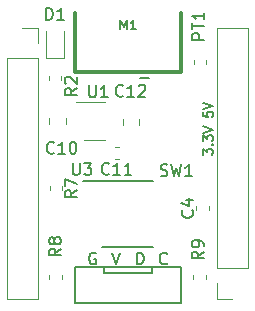
<source format=gto>
G04 #@! TF.GenerationSoftware,KiCad,Pcbnew,(5.1.2)-1*
G04 #@! TF.CreationDate,2022-09-21T22:05:37+09:00*
G04 #@! TF.ProjectId,converter,636f6e76-6572-4746-9572-2e6b69636164,v2.0*
G04 #@! TF.SameCoordinates,Original*
G04 #@! TF.FileFunction,Legend,Top*
G04 #@! TF.FilePolarity,Positive*
%FSLAX46Y46*%
G04 Gerber Fmt 4.6, Leading zero omitted, Abs format (unit mm)*
G04 Created by KiCad (PCBNEW (5.1.2)-1) date 2022-09-21 22:05:37*
%MOMM*%
%LPD*%
G04 APERTURE LIST*
%ADD10C,0.150000*%
%ADD11C,0.120000*%
%ADD12C,0.300000*%
G04 APERTURE END LIST*
D10*
X114361904Y-138980952D02*
X114361904Y-138485714D01*
X114666666Y-138752380D01*
X114666666Y-138638095D01*
X114704761Y-138561904D01*
X114742857Y-138523809D01*
X114819047Y-138485714D01*
X115009523Y-138485714D01*
X115085714Y-138523809D01*
X115123809Y-138561904D01*
X115161904Y-138638095D01*
X115161904Y-138866666D01*
X115123809Y-138942857D01*
X115085714Y-138980952D01*
X115085714Y-138142857D02*
X115123809Y-138104761D01*
X115161904Y-138142857D01*
X115123809Y-138180952D01*
X115085714Y-138142857D01*
X115161904Y-138142857D01*
X114361904Y-137838095D02*
X114361904Y-137342857D01*
X114666666Y-137609523D01*
X114666666Y-137495238D01*
X114704761Y-137419047D01*
X114742857Y-137380952D01*
X114819047Y-137342857D01*
X115009523Y-137342857D01*
X115085714Y-137380952D01*
X115123809Y-137419047D01*
X115161904Y-137495238D01*
X115161904Y-137723809D01*
X115123809Y-137800000D01*
X115085714Y-137838095D01*
X114361904Y-137114285D02*
X115161904Y-136847619D01*
X114361904Y-136580952D01*
X114361904Y-135352380D02*
X114361904Y-135733333D01*
X114742857Y-135771428D01*
X114704761Y-135733333D01*
X114666666Y-135657142D01*
X114666666Y-135466666D01*
X114704761Y-135390476D01*
X114742857Y-135352380D01*
X114819047Y-135314285D01*
X115009523Y-135314285D01*
X115085714Y-135352380D01*
X115123809Y-135390476D01*
X115161904Y-135466666D01*
X115161904Y-135657142D01*
X115123809Y-135733333D01*
X115085714Y-135771428D01*
X114361904Y-135085714D02*
X115161904Y-134819047D01*
X114361904Y-134552380D01*
X104175000Y-141218000D02*
X110150000Y-141218000D01*
X105750000Y-146743000D02*
X110150000Y-146743000D01*
D11*
X101344000Y-135849422D02*
X101344000Y-136366578D01*
X102764000Y-135849422D02*
X102764000Y-136366578D01*
X106879221Y-138336000D02*
X107204779Y-138336000D01*
X106879221Y-139356000D02*
X107204779Y-139356000D01*
X107544000Y-135949422D02*
X107544000Y-136466578D01*
X108964000Y-135949422D02*
X108964000Y-136466578D01*
X101065000Y-128488000D02*
X101065000Y-130773000D01*
X101065000Y-130773000D02*
X102535000Y-130773000D01*
X102535000Y-130773000D02*
X102535000Y-128488000D01*
D12*
X103500000Y-132000000D02*
X103500000Y-127000000D01*
X112500000Y-132000000D02*
X103500000Y-132000000D01*
X112500000Y-131500000D02*
X112500000Y-132000000D01*
X112500000Y-127000000D02*
X112500000Y-131500000D01*
D10*
X109750000Y-132500000D02*
X109000000Y-132500000D01*
D11*
X114610000Y-131250779D02*
X114610000Y-130925221D01*
X113590000Y-131250779D02*
X113590000Y-130925221D01*
X102310000Y-132325221D02*
X102310000Y-132650779D01*
X101290000Y-132325221D02*
X101290000Y-132650779D01*
X104254000Y-137756000D02*
X106054000Y-137756000D01*
X106054000Y-134536000D02*
X103604000Y-134536000D01*
D10*
X106000000Y-148500000D02*
X106000000Y-149000000D01*
X106000000Y-149000000D02*
X110000000Y-149000000D01*
X110000000Y-149000000D02*
X110000000Y-148500000D01*
X108000000Y-148500000D02*
X112500000Y-148500000D01*
X112500000Y-148500000D02*
X112500000Y-151500000D01*
X112500000Y-151500000D02*
X103500000Y-151500000D01*
X103500000Y-151500000D02*
X103500000Y-148500000D01*
X103500000Y-148500000D02*
X108000000Y-148500000D01*
D11*
X99060000Y-128210000D02*
X100390000Y-128210000D01*
X100390000Y-128210000D02*
X100390000Y-129540000D01*
X100390000Y-130810000D02*
X100390000Y-151190000D01*
X97730000Y-151190000D02*
X100390000Y-151190000D01*
X97730000Y-130810000D02*
X97730000Y-151190000D01*
X97730000Y-130810000D02*
X100390000Y-130810000D01*
X118170000Y-148590000D02*
X115510000Y-148590000D01*
X118170000Y-148590000D02*
X118170000Y-128210000D01*
X118170000Y-128210000D02*
X115510000Y-128210000D01*
X115510000Y-148590000D02*
X115510000Y-128210000D01*
X115510000Y-151190000D02*
X115510000Y-149860000D01*
X116840000Y-151190000D02*
X115510000Y-151190000D01*
X101414000Y-141659221D02*
X101414000Y-141984779D01*
X102434000Y-141659221D02*
X102434000Y-141984779D01*
X101344000Y-149514779D02*
X101344000Y-149189221D01*
X102364000Y-149514779D02*
X102364000Y-149189221D01*
X113536000Y-149488779D02*
X113536000Y-149163221D01*
X114556000Y-149488779D02*
X114556000Y-149163221D01*
X113790000Y-143650779D02*
X113790000Y-143325221D01*
X114810000Y-143650779D02*
X114810000Y-143325221D01*
D10*
X103328095Y-139692380D02*
X103328095Y-140501904D01*
X103375714Y-140597142D01*
X103423333Y-140644761D01*
X103518571Y-140692380D01*
X103709047Y-140692380D01*
X103804285Y-140644761D01*
X103851904Y-140597142D01*
X103899523Y-140501904D01*
X103899523Y-139692380D01*
X104280476Y-139692380D02*
X104899523Y-139692380D01*
X104566190Y-140073333D01*
X104709047Y-140073333D01*
X104804285Y-140120952D01*
X104851904Y-140168571D01*
X104899523Y-140263809D01*
X104899523Y-140501904D01*
X104851904Y-140597142D01*
X104804285Y-140644761D01*
X104709047Y-140692380D01*
X104423333Y-140692380D01*
X104328095Y-140644761D01*
X104280476Y-140597142D01*
X101719142Y-138787142D02*
X101671523Y-138834761D01*
X101528666Y-138882380D01*
X101433428Y-138882380D01*
X101290571Y-138834761D01*
X101195333Y-138739523D01*
X101147714Y-138644285D01*
X101100095Y-138453809D01*
X101100095Y-138310952D01*
X101147714Y-138120476D01*
X101195333Y-138025238D01*
X101290571Y-137930000D01*
X101433428Y-137882380D01*
X101528666Y-137882380D01*
X101671523Y-137930000D01*
X101719142Y-137977619D01*
X102671523Y-138882380D02*
X102100095Y-138882380D01*
X102385809Y-138882380D02*
X102385809Y-137882380D01*
X102290571Y-138025238D01*
X102195333Y-138120476D01*
X102100095Y-138168095D01*
X103290571Y-137882380D02*
X103385809Y-137882380D01*
X103481047Y-137930000D01*
X103528666Y-137977619D01*
X103576285Y-138072857D01*
X103623904Y-138263333D01*
X103623904Y-138501428D01*
X103576285Y-138691904D01*
X103528666Y-138787142D01*
X103481047Y-138834761D01*
X103385809Y-138882380D01*
X103290571Y-138882380D01*
X103195333Y-138834761D01*
X103147714Y-138787142D01*
X103100095Y-138691904D01*
X103052476Y-138501428D01*
X103052476Y-138263333D01*
X103100095Y-138072857D01*
X103147714Y-137977619D01*
X103195333Y-137930000D01*
X103290571Y-137882380D01*
X106381142Y-140565142D02*
X106333523Y-140612761D01*
X106190666Y-140660380D01*
X106095428Y-140660380D01*
X105952571Y-140612761D01*
X105857333Y-140517523D01*
X105809714Y-140422285D01*
X105762095Y-140231809D01*
X105762095Y-140088952D01*
X105809714Y-139898476D01*
X105857333Y-139803238D01*
X105952571Y-139708000D01*
X106095428Y-139660380D01*
X106190666Y-139660380D01*
X106333523Y-139708000D01*
X106381142Y-139755619D01*
X107333523Y-140660380D02*
X106762095Y-140660380D01*
X107047809Y-140660380D02*
X107047809Y-139660380D01*
X106952571Y-139803238D01*
X106857333Y-139898476D01*
X106762095Y-139946095D01*
X108285904Y-140660380D02*
X107714476Y-140660380D01*
X108000190Y-140660380D02*
X108000190Y-139660380D01*
X107904952Y-139803238D01*
X107809714Y-139898476D01*
X107714476Y-139946095D01*
X107561142Y-133961142D02*
X107513523Y-134008761D01*
X107370666Y-134056380D01*
X107275428Y-134056380D01*
X107132571Y-134008761D01*
X107037333Y-133913523D01*
X106989714Y-133818285D01*
X106942095Y-133627809D01*
X106942095Y-133484952D01*
X106989714Y-133294476D01*
X107037333Y-133199238D01*
X107132571Y-133104000D01*
X107275428Y-133056380D01*
X107370666Y-133056380D01*
X107513523Y-133104000D01*
X107561142Y-133151619D01*
X108513523Y-134056380D02*
X107942095Y-134056380D01*
X108227809Y-134056380D02*
X108227809Y-133056380D01*
X108132571Y-133199238D01*
X108037333Y-133294476D01*
X107942095Y-133342095D01*
X108894476Y-133151619D02*
X108942095Y-133104000D01*
X109037333Y-133056380D01*
X109275428Y-133056380D01*
X109370666Y-133104000D01*
X109418285Y-133151619D01*
X109465904Y-133246857D01*
X109465904Y-133342095D01*
X109418285Y-133484952D01*
X108846857Y-134056380D01*
X109465904Y-134056380D01*
X101061904Y-127552880D02*
X101061904Y-126552880D01*
X101300000Y-126552880D01*
X101442857Y-126600500D01*
X101538095Y-126695738D01*
X101585714Y-126790976D01*
X101633333Y-126981452D01*
X101633333Y-127124309D01*
X101585714Y-127314785D01*
X101538095Y-127410023D01*
X101442857Y-127505261D01*
X101300000Y-127552880D01*
X101061904Y-127552880D01*
X102585714Y-127552880D02*
X102014285Y-127552880D01*
X102300000Y-127552880D02*
X102300000Y-126552880D01*
X102204761Y-126695738D01*
X102109523Y-126790976D01*
X102014285Y-126838595D01*
X107352380Y-128361904D02*
X107352380Y-127561904D01*
X107619047Y-128133333D01*
X107885714Y-127561904D01*
X107885714Y-128361904D01*
X108685714Y-128361904D02*
X108228571Y-128361904D01*
X108457142Y-128361904D02*
X108457142Y-127561904D01*
X108380952Y-127676190D01*
X108304761Y-127752380D01*
X108228571Y-127790476D01*
X114452380Y-129219547D02*
X113452380Y-129219547D01*
X113452380Y-128838595D01*
X113500000Y-128743357D01*
X113547619Y-128695738D01*
X113642857Y-128648119D01*
X113785714Y-128648119D01*
X113880952Y-128695738D01*
X113928571Y-128743357D01*
X113976190Y-128838595D01*
X113976190Y-129219547D01*
X113452380Y-128362404D02*
X113452380Y-127790976D01*
X114452380Y-128076690D02*
X113452380Y-128076690D01*
X114452380Y-126933833D02*
X114452380Y-127505261D01*
X114452380Y-127219547D02*
X113452380Y-127219547D01*
X113595238Y-127314785D01*
X113690476Y-127410023D01*
X113738095Y-127505261D01*
X103652380Y-133336666D02*
X103176190Y-133670000D01*
X103652380Y-133908095D02*
X102652380Y-133908095D01*
X102652380Y-133527142D01*
X102700000Y-133431904D01*
X102747619Y-133384285D01*
X102842857Y-133336666D01*
X102985714Y-133336666D01*
X103080952Y-133384285D01*
X103128571Y-133431904D01*
X103176190Y-133527142D01*
X103176190Y-133908095D01*
X102747619Y-132955714D02*
X102700000Y-132908095D01*
X102652380Y-132812857D01*
X102652380Y-132574761D01*
X102700000Y-132479523D01*
X102747619Y-132431904D01*
X102842857Y-132384285D01*
X102938095Y-132384285D01*
X103080952Y-132431904D01*
X103652380Y-133003333D01*
X103652380Y-132384285D01*
X104692095Y-133098380D02*
X104692095Y-133907904D01*
X104739714Y-134003142D01*
X104787333Y-134050761D01*
X104882571Y-134098380D01*
X105073047Y-134098380D01*
X105168285Y-134050761D01*
X105215904Y-134003142D01*
X105263523Y-133907904D01*
X105263523Y-133098380D01*
X106263523Y-134098380D02*
X105692095Y-134098380D01*
X105977809Y-134098380D02*
X105977809Y-133098380D01*
X105882571Y-133241238D01*
X105787333Y-133336476D01*
X105692095Y-133384095D01*
X111309523Y-148157142D02*
X111261904Y-148204761D01*
X111119047Y-148252380D01*
X111023809Y-148252380D01*
X110880952Y-148204761D01*
X110785714Y-148109523D01*
X110738095Y-148014285D01*
X110690476Y-147823809D01*
X110690476Y-147680952D01*
X110738095Y-147490476D01*
X110785714Y-147395238D01*
X110880952Y-147300000D01*
X111023809Y-147252380D01*
X111119047Y-147252380D01*
X111261904Y-147300000D01*
X111309523Y-147347619D01*
X108738095Y-148252380D02*
X108738095Y-147252380D01*
X108976190Y-147252380D01*
X109119047Y-147300000D01*
X109214285Y-147395238D01*
X109261904Y-147490476D01*
X109309523Y-147680952D01*
X109309523Y-147823809D01*
X109261904Y-148014285D01*
X109214285Y-148109523D01*
X109119047Y-148204761D01*
X108976190Y-148252380D01*
X108738095Y-148252380D01*
X106666666Y-147252380D02*
X107000000Y-148252380D01*
X107333333Y-147252380D01*
X105261904Y-147300000D02*
X105166666Y-147252380D01*
X105023809Y-147252380D01*
X104880952Y-147300000D01*
X104785714Y-147395238D01*
X104738095Y-147490476D01*
X104690476Y-147680952D01*
X104690476Y-147823809D01*
X104738095Y-148014285D01*
X104785714Y-148109523D01*
X104880952Y-148204761D01*
X105023809Y-148252380D01*
X105119047Y-148252380D01*
X105261904Y-148204761D01*
X105309523Y-148157142D01*
X105309523Y-147823809D01*
X105119047Y-147823809D01*
X103646380Y-141988666D02*
X103170190Y-142322000D01*
X103646380Y-142560095D02*
X102646380Y-142560095D01*
X102646380Y-142179142D01*
X102694000Y-142083904D01*
X102741619Y-142036285D01*
X102836857Y-141988666D01*
X102979714Y-141988666D01*
X103074952Y-142036285D01*
X103122571Y-142083904D01*
X103170190Y-142179142D01*
X103170190Y-142560095D01*
X102646380Y-141655333D02*
X102646380Y-140988666D01*
X103646380Y-141417238D01*
X102306380Y-146930666D02*
X101830190Y-147264000D01*
X102306380Y-147502095D02*
X101306380Y-147502095D01*
X101306380Y-147121142D01*
X101354000Y-147025904D01*
X101401619Y-146978285D01*
X101496857Y-146930666D01*
X101639714Y-146930666D01*
X101734952Y-146978285D01*
X101782571Y-147025904D01*
X101830190Y-147121142D01*
X101830190Y-147502095D01*
X101734952Y-146359238D02*
X101687333Y-146454476D01*
X101639714Y-146502095D01*
X101544476Y-146549714D01*
X101496857Y-146549714D01*
X101401619Y-146502095D01*
X101354000Y-146454476D01*
X101306380Y-146359238D01*
X101306380Y-146168761D01*
X101354000Y-146073523D01*
X101401619Y-146025904D01*
X101496857Y-145978285D01*
X101544476Y-145978285D01*
X101639714Y-146025904D01*
X101687333Y-146073523D01*
X101734952Y-146168761D01*
X101734952Y-146359238D01*
X101782571Y-146454476D01*
X101830190Y-146502095D01*
X101925428Y-146549714D01*
X102115904Y-146549714D01*
X102211142Y-146502095D01*
X102258761Y-146454476D01*
X102306380Y-146359238D01*
X102306380Y-146168761D01*
X102258761Y-146073523D01*
X102211142Y-146025904D01*
X102115904Y-145978285D01*
X101925428Y-145978285D01*
X101830190Y-146025904D01*
X101782571Y-146073523D01*
X101734952Y-146168761D01*
X114398380Y-147180666D02*
X113922190Y-147514000D01*
X114398380Y-147752095D02*
X113398380Y-147752095D01*
X113398380Y-147371142D01*
X113446000Y-147275904D01*
X113493619Y-147228285D01*
X113588857Y-147180666D01*
X113731714Y-147180666D01*
X113826952Y-147228285D01*
X113874571Y-147275904D01*
X113922190Y-147371142D01*
X113922190Y-147752095D01*
X114398380Y-146704476D02*
X114398380Y-146514000D01*
X114350761Y-146418761D01*
X114303142Y-146371142D01*
X114160285Y-146275904D01*
X113969809Y-146228285D01*
X113588857Y-146228285D01*
X113493619Y-146275904D01*
X113446000Y-146323523D01*
X113398380Y-146418761D01*
X113398380Y-146609238D01*
X113446000Y-146704476D01*
X113493619Y-146752095D01*
X113588857Y-146799714D01*
X113826952Y-146799714D01*
X113922190Y-146752095D01*
X113969809Y-146704476D01*
X114017428Y-146609238D01*
X114017428Y-146418761D01*
X113969809Y-146323523D01*
X113922190Y-146275904D01*
X113826952Y-146228285D01*
X110746666Y-140734761D02*
X110889523Y-140782380D01*
X111127619Y-140782380D01*
X111222857Y-140734761D01*
X111270476Y-140687142D01*
X111318095Y-140591904D01*
X111318095Y-140496666D01*
X111270476Y-140401428D01*
X111222857Y-140353809D01*
X111127619Y-140306190D01*
X110937142Y-140258571D01*
X110841904Y-140210952D01*
X110794285Y-140163333D01*
X110746666Y-140068095D01*
X110746666Y-139972857D01*
X110794285Y-139877619D01*
X110841904Y-139830000D01*
X110937142Y-139782380D01*
X111175238Y-139782380D01*
X111318095Y-139830000D01*
X111651428Y-139782380D02*
X111889523Y-140782380D01*
X112080000Y-140068095D01*
X112270476Y-140782380D01*
X112508571Y-139782380D01*
X113413333Y-140782380D02*
X112841904Y-140782380D01*
X113127619Y-140782380D02*
X113127619Y-139782380D01*
X113032380Y-139925238D01*
X112937142Y-140020476D01*
X112841904Y-140068095D01*
X113433142Y-143676666D02*
X113480761Y-143724285D01*
X113528380Y-143867142D01*
X113528380Y-143962380D01*
X113480761Y-144105238D01*
X113385523Y-144200476D01*
X113290285Y-144248095D01*
X113099809Y-144295714D01*
X112956952Y-144295714D01*
X112766476Y-144248095D01*
X112671238Y-144200476D01*
X112576000Y-144105238D01*
X112528380Y-143962380D01*
X112528380Y-143867142D01*
X112576000Y-143724285D01*
X112623619Y-143676666D01*
X112861714Y-142819523D02*
X113528380Y-142819523D01*
X112480761Y-143057619D02*
X113195047Y-143295714D01*
X113195047Y-142676666D01*
M02*

</source>
